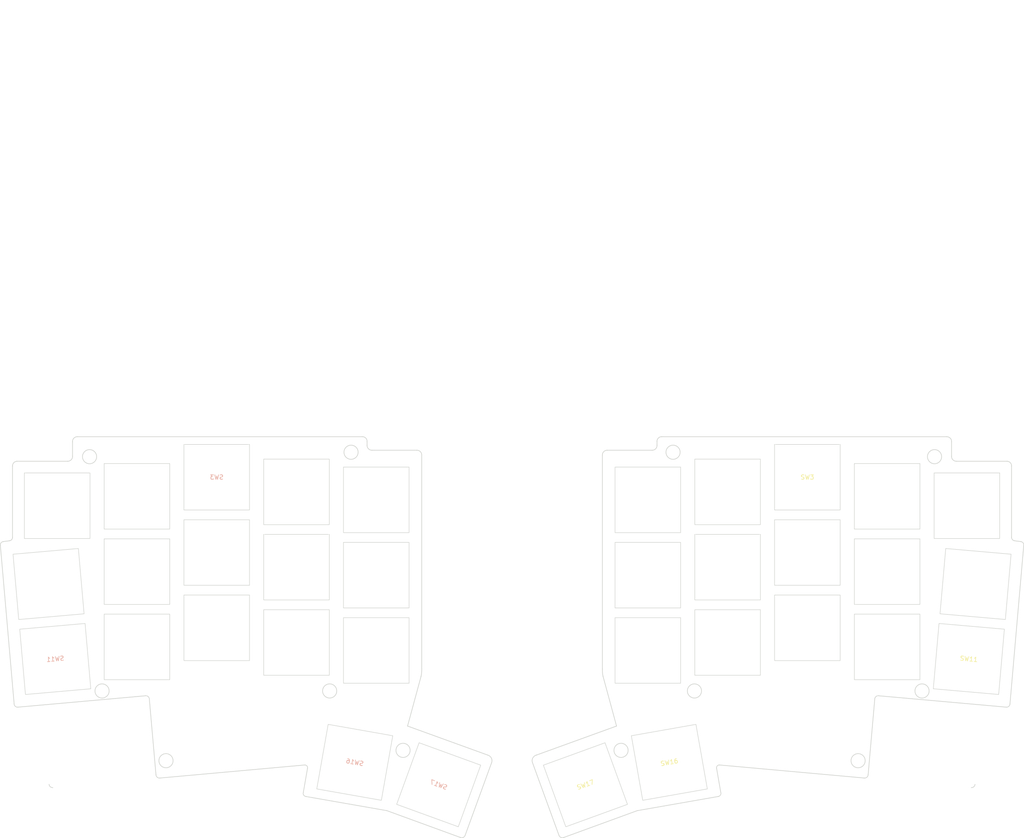
<source format=kicad_pcb>
(kicad_pcb (version 20221018) (generator pcbnew)
  (layers (0 "F.Cu" signal) (31 "B.Cu" signal) (34 "B.Paste" user) (35 "F.Paste" user) (36 "B.SilkS" user "B.Silkscreen") (37 "F.SilkS" user "F.Silkscreen") (38 "B.Mask" user) (39 "F.Mask" user) (44 "Edge.Cuts" user))
  (net 0 "")
  (footprint "jw_custom_footprint:Kailh_socket_PG1350_v1_reversible_cutout_under_switch_plate" (layer "F.Cu") (at 61.482528 105.958194)
    (fp_text reference "SW12" hide)
    (fp_text value "SW12" hide)
    (fp_rect (start -7.4 -7.4) (end 7.4 7.4) (stroke (width 0.12)) (fill none) (layer "Edge.Cuts"))
  )
  (footprint "jw_custom_footprint:Kailh_socket_PG1350_v1_reversible_cutout_under_switch_plate" (layer "F.Cu") (at 61.482528 88.958594)
    (fp_text reference "SW7" hide)
    (fp_text value "SW7" hide)
    (fp_rect (start -7.4 -7.4) (end 7.4 7.4) (stroke (width 0.12)) (fill none) (layer "Edge.Cuts"))
  )
  (footprint "jw_custom_footprint:MountingHole_3.2mm_M3_cutout" (layer "F.Cu") (at 109.791 62.004386)
    (fp_text reference "TH1")
    (fp_text value "HOLE")
    (fp_circle (center 0 0) (end 1.6 0) (stroke (width 0.15)) (fill none) (layer "Edge.Cuts"))
  )
  (footprint "jw_custom_footprint:Kailh_socket_PG1350_v1_reversible_cutout_under_switch_plate" (layer "F.Cu") (at 110.629117 132.020377 170)
    (fp_text reference "SW16")
    (fp_text value "SW16")
    (fp_text user "${REFERENCE}" (at 0 0 170) (layer "B.SilkS") (effects (justify mirror)))
    (fp_rect (start -7.4 -7.4) (end 7.4 7.4) (stroke (width 0.12)) (fill none) (layer "Edge.Cuts"))
  )
  (footprint "jw_custom_footprint:Kailh_socket_PG1350_v1_reversible_cutout_under_switch_plate" (layer "F.Cu") (at 43.482328 74.082304)
    (fp_text reference "SW1" hide)
    (fp_text value "SW1" hide)
    (fp_rect (start -7.4 -7.4) (end 7.4 7.4) (stroke (width 0.12)) (fill none) (layer "Edge.Cuts"))
  )
  (footprint "jw_custom_footprint:Kailh_socket_PG1350_v1_reversible_cutout_under_switch_plate" (layer "F.Cu") (at 41.532612 91.756341 5)
    (fp_text reference "SW6" hide)
    (fp_text value "SW6" hide)
    (fp_rect (start -7.4 -7.4) (end 7.4 7.4) (stroke (width 0.12)) (fill none) (layer "Edge.Cuts"))
  )
  (footprint "jw_custom_footprint:MountingHole_3.2mm_M3_cutout" (layer "F.Cu") (at 104.965 115.903186)
    (fp_text reference "TH4" hide)
    (fp_text value "HOLE")
    (fp_circle (center 0 0) (end 1.6 0) (stroke (width 0.15)) (fill none) (layer "Edge.Cuts"))
  )
  (footprint "jw_custom_footprint:MountingHole_3.2mm_M3_cutout" (layer "F.Cu") (at 68.0334 131.651186)
    (fp_text reference "TH3")
    (fp_text value "HOLE")
    (fp_circle (center 0 0) (end 1.6 0) (stroke (width 0.15)) (fill none) (layer "Edge.Cuts"))
  )
  (footprint "jw_custom_footprint:Kailh_socket_PG1350_v1_reversible_cutout_under_switch_plate" (layer "F.Cu") (at 129.565491 137.085275 160)
    (fp_text reference "SW17")
    (fp_text value "SW17")
    (fp_text user "${REFERENCE}" (at 0 0 160) (layer "B.SilkS") (effects (justify mirror)))
    (fp_rect (start -7.4 -7.4) (end 7.4 7.4) (stroke (width 0.12)) (fill none) (layer "Edge.Cuts"))
  )
  (footprint "jw_custom_footprint:Kailh_socket_PG1350_v1_reversible_cutout_under_switch_plate" (layer "F.Cu") (at 79.481928 101.648394)
    (fp_text reference "SW13" hide)
    (fp_text value "SW13" hide)
    (fp_rect (start -7.4 -7.4) (end 7.4 7.4) (stroke (width 0.12)) (fill none) (layer "Edge.Cuts"))
  )
  (footprint "jw_custom_footprint:MountingHole_3.2mm_M3_cutout" (layer "F.Cu") (at 121.5258 129.314386)
    (fp_text reference "TH5")
    (fp_text value "HOLE")
    (fp_circle (center 0 0) (end 1.6 0) (stroke (width 0.15)) (fill none) (layer "Edge.Cuts"))
  )
  (footprint "jw_custom_footprint:Kailh_socket_PG1350_v1_reversible_cutout_under_switch_plate" (layer "F.Cu") (at 97.482128 70.958434)
    (fp_text reference "SW4" hide)
    (fp_text value "SW4" hide)
    (fp_rect (start -7.4 -7.4) (end 7.4 7.4) (stroke (width 0.12)) (fill none) (layer "Edge.Cuts"))
  )
  (footprint "jw_custom_footprint:Kailh_socket_PG1350_v1_reversible_cutout_under_switch_plate" (layer "F.Cu") (at 61.482528 71.958994)
    (fp_text reference "SW2" hide)
    (fp_text value "SW2" hide)
    (fp_rect (start -7.4 -7.4) (end 7.4 7.4) (stroke (width 0.12)) (fill none) (layer "Edge.Cuts"))
  )
  (footprint "jw_custom_footprint:Kailh_socket_PG1350_v1_reversible_cutout_under_switch_plate" (layer "F.Cu") (at 115.481826 72.757994)
    (fp_text reference "SW5" hide)
    (fp_text value "SW5" hide)
    (fp_rect (start -7.4 -7.4) (end 7.4 7.4) (stroke (width 0.12)) (fill none) (layer "Edge.Cuts"))
  )
  (footprint "jw_custom_footprint:Kailh_socket_PG1350_v1_reversible_cutout_under_switch_plate" (layer "F.Cu") (at 97.482128 104.958794)
    (fp_text reference "SW14" hide)
    (fp_text value "SW14" hide)
    (fp_rect (start -7.4 -7.4) (end 7.4 7.4) (stroke (width 0.12)) (fill none) (layer "Edge.Cuts"))
  )
  (footprint "jw_custom_footprint:MountingHole_3.2mm_M3_cutout" (layer "F.Cu") (at 53.6062 115.903186)
    (fp_text reference "TH6")
    (fp_text value "HOLE")
    (fp_circle (center 0 0) (end 1.6 0) (stroke (width 0.15)) (fill none) (layer "Edge.Cuts"))
  )
  (footprint "jw_custom_footprint:Kailh_socket_PG1350_v1_reversible_cutout_under_switch_plate" (layer "F.Cu") (at 115.481826 106.757794)
    (fp_text reference "SW15" hide)
    (fp_text value "SW15" hide)
    (fp_rect (start -7.4 -7.4) (end 7.4 7.4) (stroke (width 0.12)) (fill none) (layer "Edge.Cuts"))
  )
  (footprint "jw_custom_footprint:Kailh_socket_PG1350_v1_reversible_cutout_under_switch_plate" (layer "F.Cu") (at 97.482128 87.958394)
    (fp_text reference "SW9" hide)
    (fp_text value "SW9" hide)
    (fp_rect (start -7.4 -7.4) (end 7.4 7.4) (stroke (width 0.12)) (fill none) (layer "Edge.Cuts"))
  )
  (footprint "jw_custom_footprint:Kailh_socket_PG1350_v1_reversible_cutout_under_switch_plate" (layer "F.Cu") (at 115.481826 89.757794)
    (fp_text reference "SW10" hide)
    (fp_text value "SW10" hide)
    (fp_rect (start -7.4 -7.4) (end 7.4 7.4) (stroke (width 0.12)) (fill none) (layer "Edge.Cuts"))
  )
  (footprint "jw_custom_footprint:Kailh_socket_PG1350_v1_reversible_cutout_under_switch_plate" (layer "F.Cu") (at 79.481928 67.648234)
    (fp_text reference "SW3")
    (fp_text value "SW3" hide)
    (fp_text user "${REFERENCE}" (at 0 0) (layer "B.SilkS") (effects (justify mirror)))
    (fp_rect (start -7.4 -7.4) (end 7.4 7.4) (stroke (width 0.12)) (fill none) (layer "Edge.Cuts"))
  )
  (footprint "jw_custom_footprint:MountingHole_3.2mm_M3_cutout" (layer "F.Cu") (at 50.7868 63.0108)
    (fp_text reference "TH2")
    (fp_text value "HOLE")
    (fp_circle (center 0 0) (end 1.6 0) (stroke (width 0.15)) (fill none) (layer "Edge.Cuts"))
  )
  (footprint "jw_custom_footprint:Kailh_socket_PG1350_v1_reversible_cutout_under_switch_plate" (layer "F.Cu") (at 79.481928 84.648194)
    (fp_text reference "SW8" hide)
    (fp_text value "SW8" hide)
    (fp_rect (start -7.4 -7.4) (end 7.4 7.4) (stroke (width 0.12)) (fill none) (layer "Edge.Cuts"))
  )
  (footprint "jw_custom_footprint:Kailh_socket_PG1350_v1_reversible_cutout_under_switch_plate" (layer "F.Cu") (at 43.046358 108.68404 5)
    (fp_text reference "SW11")
    (fp_text value "SW11")
    (fp_text user "${REFERENCE}" (at 0 0 5) (layer "B.SilkS") (effects (justify mirror)))
    (fp_rect (start -7.4 -7.4) (end 7.4 7.4) (stroke (width 0.12)) (fill none) (layer "Edge.Cuts"))
  )
  (footprint "jw_custom_footprint:MountingHole_3.2mm_M3_cutout" (layer "B.Cu") (at 187.275442 115.903186 180)
    (fp_text reference "TH4" hide)
    (fp_text value "HOLE")
    (fp_circle (center 0 0) (end 1.6 0) (stroke (width 0.15)) (fill none) (layer "Edge.Cuts"))
  )
  (footprint "jw_custom_footprint:Kailh_socket_PG1350_v1_reversible_cutout_under_switch_plate" (layer "B.Cu") (at 176.758616 89.757794 180)
    (fp_text reference "SW10" hide)
    (fp_text value "SW10" hide)
    (fp_rect (start -7.4 7.4) (end 7.4 -7.4) (stroke (width 0.12)) (fill none) (layer "Edge.Cuts"))
  )
  (footprint "jw_custom_footprint:Kailh_socket_PG1350_v1_reversible_cutout_under_switch_plate" (layer "B.Cu") (at 230.757914 71.958994 180)
    (fp_text reference "SW2" hide)
    (fp_text value "SW2" hide)
    (fp_rect (start -7.4 7.4) (end 7.4 -7.4) (stroke (width 0.12)) (fill none) (layer "Edge.Cuts"))
  )
  (footprint "jw_custom_footprint:MountingHole_3.2mm_M3_cutout" (layer "B.Cu") (at 224.207042 131.651186 180)
    (fp_text reference "TH3")
    (fp_text value "HOLE")
    (fp_circle (center 0 0) (end 1.6 0) (stroke (width 0.15)) (fill none) (layer "Edge.Cuts"))
  )
  (footprint "jw_custom_footprint:MountingHole_3.2mm_M3_cutout" (layer "B.Cu") (at 241.453642 63.0108 180)
    (fp_text reference "TH2")
    (fp_text value "HOLE")
    (fp_circle (center 0 0) (end 1.6 0) (stroke (width 0.15)) (fill none) (layer "Edge.Cuts"))
  )
  (footprint "jw_custom_footprint:Kailh_socket_PG1350_v1_reversible_cutout_under_switch_plate" (layer "B.Cu") (at 162.674951 137.085275 20)
    (fp_text reference "SW17")
    (fp_text value "SW17")
    (fp_text user "${REFERENCE}" (at 0 0 20) (layer "F.SilkS"))
    (fp_rect (start -7.4 7.4) (end 7.4 -7.4) (stroke (width 0.12)) (fill none) (layer "Edge.Cuts"))
  )
  (footprint "jw_custom_footprint:Kailh_socket_PG1350_v1_reversible_cutout_under_switch_plate" (layer "B.Cu") (at 176.758616 72.757994 180)
    (fp_text reference "SW5" hide)
    (fp_text value "SW5" hide)
    (fp_rect (start -7.4 7.4) (end 7.4 -7.4) (stroke (width 0.12)) (fill none) (layer "Edge.Cuts"))
  )
  (footprint "jw_custom_footprint:Kailh_socket_PG1350_v1_reversible_cutout_under_switch_plate" (layer "B.Cu") (at 194.758314 87.958394 180)
    (fp_text reference "SW9" hide)
    (fp_text value "SW9" hide)
    (fp_rect (start -7.4 7.4) (end 7.4 -7.4) (stroke (width 0.12)) (fill none) (layer "Edge.Cuts"))
  )
  (footprint "jw_custom_footprint:Kailh_socket_PG1350_v1_reversible_cutout_under_switch_plate" (layer "B.Cu") (at 250.70783 91.756341 175)
    (fp_text reference "SW6" hide)
    (fp_text value "SW6" hide)
    (fp_rect (start -7.4 7.4) (end 7.4 -7.4) (stroke (width 0.12)) (fill none) (layer "Edge.Cuts"))
  )
  (footprint "jw_custom_footprint:Kailh_socket_PG1350_v1_reversible_cutout_under_switch_plate" (layer "B.Cu") (at 230.757914 88.958594 180)
    (fp_text reference "SW7" hide)
    (fp_text value "SW7" hide)
    (fp_rect (start -7.4 7.4) (end 7.4 -7.4) (stroke (width 0.12)) (fill none) (layer "Edge.Cuts"))
  )
  (footprint "jw_custom_footprint:Kailh_socket_PG1350_v1_reversible_cutout_under_switch_plate" (layer "B.Cu") (at 194.758314 70.958434 180)
    (fp_text reference "SW4" hide)
    (fp_text value "SW4" hide)
    (fp_rect (start -7.4 7.4) (end 7.4 -7.4) (stroke (width 0.12)) (fill none) (layer "Edge.Cuts"))
  )
  (footprint "jw_custom_footprint:Kailh_socket_PG1350_v1_reversible_cutout_under_switch_plate" (layer "B.Cu") (at 212.758514 84.648194 180)
    (fp_text reference "SW8" hide)
    (fp_text value "SW8" hide)
    (fp_rect (start -7.4 7.4) (end 7.4 -7.4) (stroke (width 0.12)) (fill none) (layer "Edge.Cuts"))
  )
  (footprint "jw_custom_footprint:Kailh_socket_PG1350_v1_reversible_cutout_under_switch_plate" (layer "B.Cu") (at 248.758114 74.082304 180)
    (fp_text reference "SW1" hide)
    (fp_text value "SW1" hide)
    (fp_rect (start -7.4 7.4) (end 7.4 -7.4) (stroke (width 0.12)) (fill none) (layer "Edge.Cuts"))
  )
  (footprint "jw_custom_footprint:Kailh_socket_PG1350_v1_reversible_cutout_under_switch_plate" (layer "B.Cu") (at 212.758514 101.648394 180)
    (fp_text reference "SW13" hide)
    (fp_text value "SW13" hide)
    (fp_rect (start -7.4 7.4) (end 7.4 -7.4) (stroke (width 0.12)) (fill none) (layer "Edge.Cuts"))
  )
  (footprint "jw_custom_footprint:Kailh_socket_PG1350_v1_reversible_cutout_under_switch_plate" (layer "B.Cu") (at 181.611325 132.020377 10)
    (fp_text reference "SW16")
    (fp_text value "SW16")
    (fp_text user "${REFERENCE}" (at 0 0 10) (layer "F.SilkS"))
    (fp_rect (start -7.4 7.4) (end 7.4 -7.4) (stroke (width 0.12)) (fill none) (layer "Edge.Cuts"))
  )
  (footprint "jw_custom_footprint:MountingHole_3.2mm_M3_cutout" (layer "B.Cu") (at 170.714642 129.314386 180)
    (fp_text reference "TH5")
    (fp_text value "HOLE")
    (fp_circle (center 0 0) (end 1.6 0) (stroke (width 0.15)) (fill none) (layer "Edge.Cuts"))
  )
  (footprint "jw_custom_footprint:MountingHole_3.2mm_M3_cutout" (layer "B.Cu") (at 238.634242 115.903186 180)
    (fp_text reference "TH6")
    (fp_text value "HOLE")
    (fp_circle (center 0 0) (end 1.6 0) (stroke (width 0.15)) (fill none) (layer "Edge.Cuts"))
  )
  (footprint "jw_custom_footprint:MountingHole_3.2mm_M3_cutout" (layer "B.Cu") (at 182.449442 62.004386 180)
    (fp_text reference "TH1")
    (fp_text value "HOLE")
    (fp_circle (center 0 0) (end 1.6 0) (stroke (width 0.15)) (fill none) (layer "Edge.Cuts"))
  )
  (footprint "jw_custom_footprint:Kailh_socket_PG1350_v1_reversible_cutout_under_switch_plate" (layer "B.Cu") (at 176.758616 106.757794 180)
    (fp_text reference "SW15" hide)
    (fp_text value "SW15" hide)
    (fp_rect (start -7.4 7.4) (end 7.4 -7.4) (stroke (width 0.12)) (fill none) (layer "Edge.Cuts"))
  )
  (footprint "jw_custom_footprint:Kailh_socket_PG1350_v1_reversible_cutout_under_switch_plate" (layer "B.Cu") (at 230.757914 105.958194 180)
    (fp_text reference "SW12" hide)
    (fp_text value "SW12" hide)
    (fp_rect (start -7.4 7.4) (end 7.4 -7.4) (stroke (width 0.12)) (fill none) (layer "Edge.Cuts"))
  )
  (footprint "jw_custom_footprint:Kailh_socket_PG1350_v1_reversible_cutout_under_switch_plate" (layer "B.Cu") (at 194.758314 104.958794 180)
    (fp_text reference "SW14" hide)
    (fp_text value "SW14" hide)
    (fp_rect (start -7.4 7.4) (end 7.4 -7.4) (stroke (width 0.12)) (fill none) (layer "Edge.Cuts"))
  )
  (footprint "jw_custom_footprint:Kailh_socket_PG1350_v1_reversible_cutout_under_switch_plate" (layer "B.Cu") (at 212.758514 67.648234 180)
    (fp_text reference "SW3")
    (fp_text value "SW3" hide)
    (fp_text user "${REFERENCE}" (at 0 0) (layer "F.SilkS"))
    (fp_rect (start -7.4 7.4) (end 7.4 -7.4) (stroke (width 0.12)) (fill none) (layer "Edge.Cuts"))
  )
  (footprint "jw_custom_footprint:Kailh_socket_PG1350_v1_reversible_cutout_under_switch_plate" (layer "B.Cu") (at 249.194084 108.68404 175)
    (fp_text reference "SW11")
    (fp_text value "SW11")
    (fp_text user "${REFERENCE}" (at 0 0 175) (layer "F.SilkS"))
    (fp_rect (start -7.4 7.4) (end 7.4 -7.4) (stroke (width 0.12)) (fill none) (layer "Edge.Cuts"))
  )
  (gr_line (start 34.63162 119.558661) (end 63.404013 116.992213) (stroke (width 0.15)) (layer "Edge.Cuts"))
  (gr_line (start 178.829738 59.582328) (end 178.829738 60.429586) (stroke (width 0.15)) (layer "Edge.Cuts"))
  (gr_line (start 46.942981 59.620786) (end 46.942981 62.918786) (stroke (width 0.15)) (layer "Edge.Cuts"))
  (gr_line (start 99.972929 133.32555) (end 99.0214 138.813986) (stroke (width 0.15)) (layer "Edge.Cuts"))
  (gr_arc (start 227.966242 117.731986) (mid 228.237418 117.169274) (end 228.836429 116.992213) (stroke (width 0.15)) (layer "Edge.Cuts"))
  (gr_arc (start 259.462242 81.988858) (mid 259.001981 81.696003) (end 258.836909 81.176058) (stroke (width 0.15)) (layer "Edge.Cuts"))
  (gr_arc (start 178.829738 60.429586) (mid 178.52025 61.230004) (end 177.725042 61.55271) (stroke (width 0.15)) (layer "Edge.Cuts"))
  (gr_line (start 258.471642 118.849586) (end 261.582921 83.026619) (stroke (width 0.15)) (layer "Edge.Cuts"))
  (gr_line (start 166.650642 112.601186) (end 169.698642 123.827986) (stroke (width 0.15)) (layer "Edge.Cuts"))
  (gr_arc (start 99.3262 132.616386) (mid 99.818052 132.817314) (end 99.972929 133.32555) (stroke (width 0.15)) (layer "Edge.Cuts"))
  (gr_line (start 192.660242 139.728386) (end 174.372242 142.928786) (stroke (width 0.15)) (layer "Edge.Cuts"))
  (gr_line (start 257.836642 64.04191) (end 246.402157 64.04191) (stroke (width 0.15)) (layer "Edge.Cuts"))
  (gr_line (start 30.657521 83.026619) (end 33.7688 118.849586) (stroke (width 0.15)) (layer "Edge.Cuts"))
  (gr_arc (start 46.942981 62.918786) (mid 46.633529 63.719267) (end 45.838285 64.04191) (stroke (width 0.15)) (layer "Edge.Cuts"))
  (gr_line (start 134.429 148.973986) (end 117.8682 142.928786) (stroke (width 0.15)) (layer "Edge.Cuts"))
  (gr_line (start 64.2742 117.731986) (end 65.770699 134.820398) (stroke (width 0.15)) (layer "Edge.Cuts"))
  (gr_arc (start 166.650642 112.601186) (mid 166.52583 111.767405) (end 166.498242 110.924786) (stroke (width 0.15)) (layer "Edge.Cuts"))
  (gr_arc (start 178.829738 59.582328) (mid 179.11552 58.823443) (end 179.858642 58.4988) (stroke (width 0.15)) (layer "Edge.Cuts"))
  (gr_line (start 167.617769 61.55271) (end 177.725042 61.55271) (stroke (width 0.15)) (layer "Edge.Cuts"))
  (gr_arc (start 124.622673 61.55271) (mid 125.422947 61.872152) (end 125.742578 62.672387) (stroke (width 0.15)) (layer "Edge.Cuts"))
  (gr_line (start 117.8682 142.928786) (end 99.5802 139.728386) (stroke (width 0.15)) (layer "Edge.Cuts"))
  (gr_arc (start 114.5154 61.55271) (mid 113.720186 61.230042) (end 113.410704 60.429586) (stroke (width 0.15)) (layer "Edge.Cuts"))
  (gr_line (start 113.410704 60.429586) (end 113.410704 59.582328) (stroke (width 0.15)) (layer "Edge.Cuts"))
  (gr_line (start 32.7782 81.988858) (end 31.305 82.179587) (stroke (width 0.15)) (layer "Edge.Cuts"))
  (gr_line (start 258.836909 81.176058) (end 258.836909 65.103186) (stroke (width 0.15)) (layer "Edge.Cuts"))
  (gr_arc (start 46.942981 59.620786) (mid 47.252537 58.820728) (end 48.047677 58.4988) (stroke (width 0.15)) (layer "Edge.Cuts"))
  (gr_line (start 169.698642 123.827986) (end 151.613842 130.381186) (stroke (width 0.15)) (layer "Edge.Cuts"))
  (gr_line (start 174.372242 142.928786) (end 157.811442 148.973986) (stroke (width 0.15)) (layer "Edge.Cuts"))
  (gr_line (start 48.047677 58.4988) (end 112.3818 58.4988) (stroke (width 0.15)) (layer "Edge.Cuts"))
  (gr_line (start 122.5418 123.827986) (end 125.5898 112.601186) (stroke (width 0.15)) (layer "Edge.Cuts"))
  (gr_arc (start 112.3818 58.4988) (mid 113.124946 58.823422) (end 113.410704 59.582328) (stroke (width 0.15)) (layer "Edge.Cuts"))
  (gr_arc (start 246.402157 64.04191) (mid 245.606932 63.719248) (end 245.297461 62.918786) (stroke (width 0.15)) (layer "Edge.Cuts"))
  (gr_arc (start 66.6618 135.562786) (mid 66.052411 135.38825) (end 65.770699 134.820398) (stroke (width 0.15)) (layer "Edge.Cuts"))
  (gr_arc (start 260.935442 82.179587) (mid 261.432196 82.470848) (end 261.582921 83.026619) (stroke (width 0.15)) (layer "Edge.Cuts"))
  (gr_line (start 192.914242 132.616386) (end 225.578642 135.562786) (stroke (width 0.15)) (layer "Edge.Cuts"))
  (gr_line (start 245.297461 62.918786) (end 245.297461 59.620786) (stroke (width 0.15)) (layer "Edge.Cuts"))
  (gr_arc (start 258.471642 118.849586) (mid 258.192418 119.389311) (end 257.608822 119.558661) (stroke (width 0.15)) (layer "Edge.Cuts"))
  (gr_arc (start 157.811442 148.973986) (mid 157.137349 148.973581) (end 156.693842 148.465986) (stroke (width 0.15)) (layer "Edge.Cuts"))
  (gr_arc (start 63.404013 116.992213) (mid 64.003007 117.169299) (end 64.2742 117.731986) (stroke (width 0.15)) (layer "Edge.Cuts"))
  (gr_line (start 179.858642 58.4988) (end 244.192765 58.4988) (stroke (width 0.15)) (layer "Edge.Cuts"))
  (gr_arc (start 244.192765 58.4988) (mid 244.987939 58.820726) (end 245.297461 59.620786) (stroke (width 0.15)) (layer "Edge.Cuts"))
  (gr_line (start 135.5466 148.465986) (end 141.541 132.006786) (stroke (width 0.15)) (layer "Edge.Cuts"))
  (gr_arc (start 150.699442 132.006786) (mid 150.82179 131.005631) (end 151.613842 130.381186) (stroke (width 0.15)) (layer "Edge.Cuts"))
  (gr_arc (start 34.63162 119.558661) (mid 34.04803 119.389299) (end 33.7688 118.849586) (stroke (width 0.15)) (layer "Edge.Cuts"))
  (gr_arc (start 166.497864 62.672387) (mid 166.817466 61.872124) (end 167.617769 61.55271) (stroke (width 0.15)) (layer "Edge.Cuts"))
  (gr_arc (start 33.403533 65.103186) (mid 33.690029 64.371182) (end 34.4038 64.04191) (stroke (width 0.15)) (layer "Edge.Cuts"))
  (gr_arc (start 135.5466 148.465986) (mid 135.10305 148.97356) (end 134.429 148.973986) (stroke (width 0.15)) (layer "Edge.Cuts"))
  (gr_line (start 260.935442 82.179587) (end 259.462242 81.988858) (stroke (width 0.15)) (layer "Edge.Cuts"))
  (gr_arc (start 42.499957 137.725051) (mid 41.922333 137.532087) (end 41.659656 136.982663) (stroke (width 0.15)) (layer "Edge.Cuts"))
  (gr_arc (start 250.580786 136.982663) (mid 250.318114 137.532122) (end 249.740485 137.725051) (stroke (width 0.15)) (layer "Edge.Cuts"))
  (gr_arc (start 30.657521 83.026619) (mid 30.808241 82.470844) (end 31.305 82.179587) (stroke (width 0.15)) (layer "Edge.Cuts"))
  (gr_line (start 226.469743 134.820398) (end 227.966242 117.731986) (stroke (width 0.15)) (layer "Edge.Cuts"))
  (gr_line (start 166.498242 110.924786) (end 166.498242 62.672387) (stroke (width 0.15)) (layer "Edge.Cuts"))
  (gr_line (start 193.219042 138.813986) (end 192.267513 133.32555) (stroke (width 0.15)) (layer "Edge.Cuts"))
  (gr_line (start 33.403533 65.103186) (end 33.403533 81.176058) (stroke (width 0.15)) (layer "Edge.Cuts"))
  (gr_arc (start 140.6266 130.381186) (mid 141.418651 131.005632) (end 141.541 132.006786) (stroke (width 0.15)) (layer "Edge.Cuts"))
  (gr_line (start 150.699442 132.006786) (end 156.693842 148.465986) (stroke (width 0.15)) (layer "Edge.Cuts"))
  (gr_line (start 140.6266 130.381186) (end 122.5418 123.827986) (stroke (width 0.15)) (layer "Edge.Cuts"))
  (gr_line (start 228.836429 116.992213) (end 257.608822 119.558661) (stroke (width 0.15)) (layer "Edge.Cuts"))
  (gr_arc (start 99.5802 139.728386) (mid 99.095354 139.396758) (end 99.0214 138.813986) (stroke (width 0.15)) (layer "Edge.Cuts"))
  (gr_arc (start 226.469743 134.820398) (mid 226.18803 135.388242) (end 225.578642 135.562786) (stroke (width 0.15)) (layer "Edge.Cuts"))
  (gr_arc (start 192.267513 133.32555) (mid 192.422389 132.817313) (end 192.914242 132.616386) (stroke (width 0.15)) (layer "Edge.Cuts"))
  (gr_arc (start 257.836642 64.04191) (mid 258.550449 64.371174) (end 258.836909 65.103186) (stroke (width 0.15)) (layer "Edge.Cuts"))
  (gr_arc (start 125.7422 110.924786) (mid 125.71461 111.767405) (end 125.5898 112.601186) (stroke (width 0.15)) (layer "Edge.Cuts"))
  (gr_arc (start 33.403533 81.176058) (mid 33.238444 81.696008) (end 32.7782 81.988858) (stroke (width 0.15)) (layer "Edge.Cuts"))
  (gr_line (start 66.6618 135.562786) (end 99.3262 132.616386) (stroke (width 0.15)) (layer "Edge.Cuts"))
  (gr_line (start 114.5154 61.55271) (end 124.622673 61.55271) (stroke (width 0.15)) (layer "Edge.Cuts"))
  (gr_arc (start 193.219042 138.813986) (mid 193.145103 139.396754) (end 192.660242 139.728386) (stroke (width 0.15)) (layer "Edge.Cuts"))
  (gr_line (start 125.7422 62.672387) (end 125.7422 110.924786) (stroke (width 0.15)) (layer "Edge.Cuts"))
  (gr_line (start 45.838285 64.04191) (end 34.4038 64.04191) (stroke (width 0.15)) (layer "Edge.Cuts"))
)
</source>
